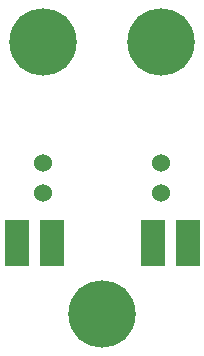
<source format=gbr>
%TF.GenerationSoftware,KiCad,Pcbnew,5.1.9+dfsg1-1+deb11u1*%
%TF.CreationDate,2023-07-29T18:16:24+09:00*%
%TF.ProjectId,probe-adapter,70726f62-652d-4616-9461-707465722e6b,rev?*%
%TF.SameCoordinates,Original*%
%TF.FileFunction,Soldermask,Bot*%
%TF.FilePolarity,Negative*%
%FSLAX46Y46*%
G04 Gerber Fmt 4.6, Leading zero omitted, Abs format (unit mm)*
G04 Created by KiCad (PCBNEW 5.1.9+dfsg1-1+deb11u1) date 2023-07-29 18:16:24*
%MOMM*%
%LPD*%
G01*
G04 APERTURE LIST*
%ADD10C,5.700000*%
%ADD11R,2.000000X4.000000*%
%ADD12C,1.524000*%
G04 APERTURE END LIST*
D10*
%TO.C,REF\u002A\u002A*%
X181500000Y-124500000D03*
%TD*%
%TO.C,REF\u002A\u002A*%
X186500000Y-101500000D03*
%TD*%
%TO.C,REF\u002A\u002A*%
X176500000Y-101500000D03*
%TD*%
D11*
%TO.C,J1*%
X188750000Y-118500000D03*
%TD*%
%TO.C,J2*%
X174250000Y-118500000D03*
%TD*%
%TO.C,J3*%
X185750000Y-118500000D03*
%TD*%
%TO.C,J4*%
X177250000Y-118500000D03*
%TD*%
D12*
%TO.C,J5*%
X176500000Y-111750000D03*
X176500000Y-114250000D03*
%TD*%
%TO.C,J6*%
X186500000Y-114250000D03*
X186500000Y-111750000D03*
%TD*%
M02*

</source>
